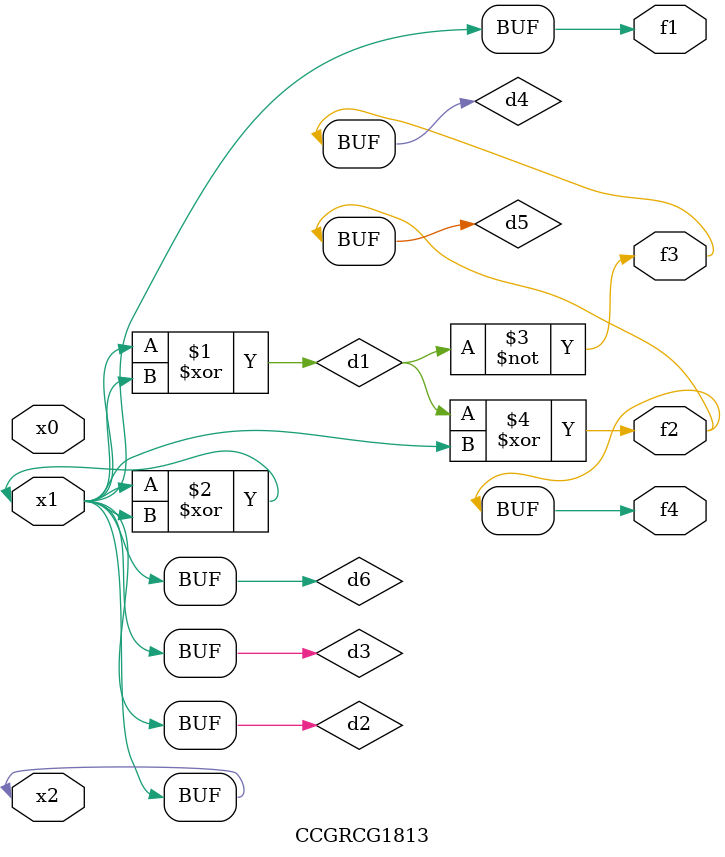
<source format=v>
module CCGRCG1813(
	input x0, x1, x2,
	output f1, f2, f3, f4
);

	wire d1, d2, d3, d4, d5, d6;

	xor (d1, x1, x2);
	buf (d2, x1, x2);
	xor (d3, x1, x2);
	nor (d4, d1);
	xor (d5, d1, d2);
	buf (d6, d2, d3);
	assign f1 = d6;
	assign f2 = d5;
	assign f3 = d4;
	assign f4 = d5;
endmodule

</source>
